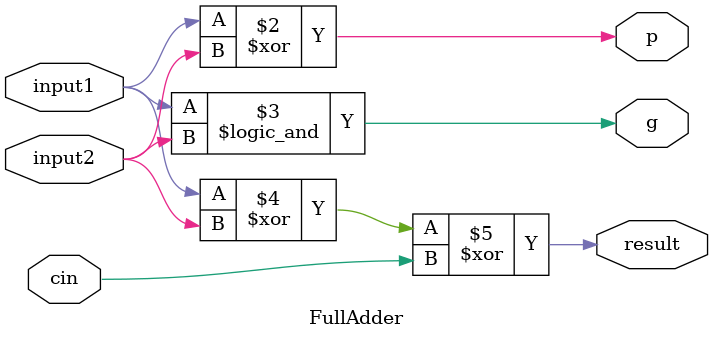
<source format=v>
`timescale 1ns/1ns
module FullAdder (input1, input2, result, cin, p, g);
    input input1;
    input input2;
    output reg result;
    input cin;
    output reg p;
    output reg g;
    always @(*) begin
        p <= input1^input2;
	g <= input1 && input2;
	result <= input1^input2^cin;
    end
endmodule
</source>
